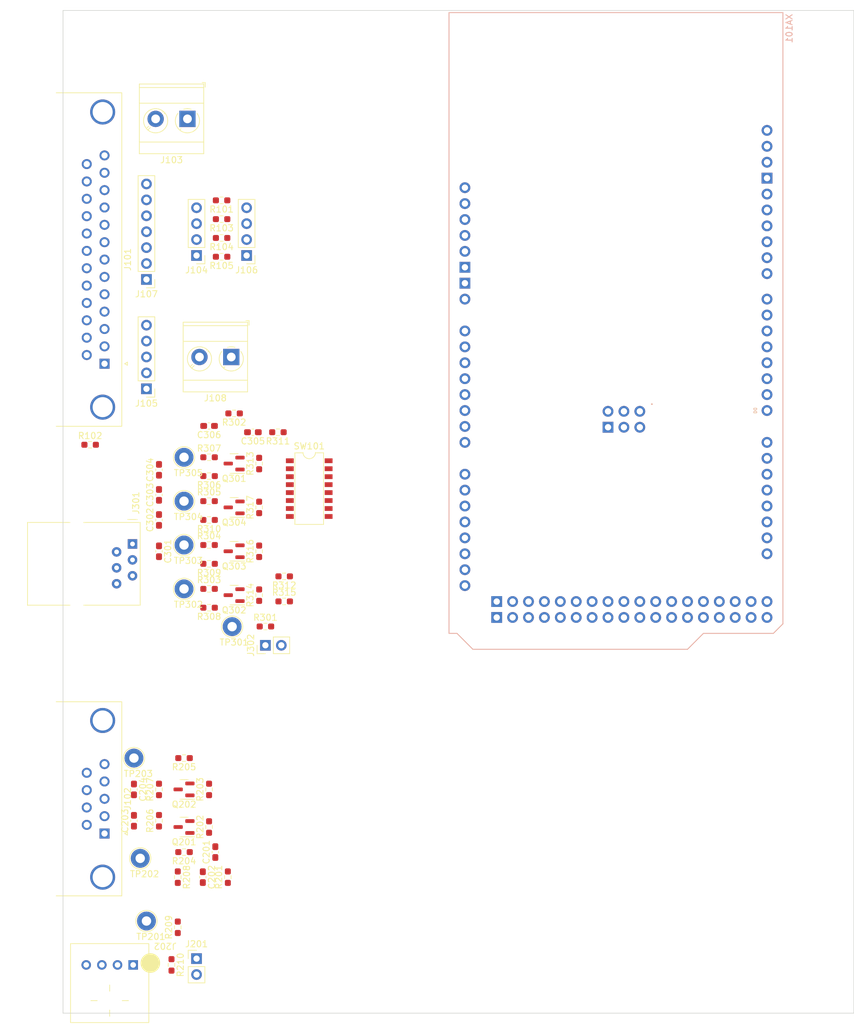
<source format=kicad_pcb>
(kicad_pcb (version 20211014) (generator pcbnew)
  (title_block (title "fan_I2C") (date "2023-03-29") (rev "1.0") (company "Public Invention") (comment 1 "Designer: Forrest Lee Erickson"))
  (layers (0 "F.Cu" signal) (31 "B.Cu" signal) (34 "B.Paste" user) (35 "F.Paste" user) (36 "B.SilkS" user "B.Silkscreen") (37 "F.SilkS" user "F.Silkscreen") (38 "B.Mask" user) (39 "F.Mask" user) (44 "Edge.Cuts" user))
  (net 0 "")
  (net 1 "GND")
  (net 2 "/I2C_LevelShift/SCL_5V")
  (net 3 "/I2C_LevelShift/SDA_5V")
  (net 6 "/SPI_ControllerLevel_Shifter/CIPO")
  (net 7 "/SPI_ControllerLevel_Shifter/C_SCK")
  (net 8 "/SPI_ControllerLevel_Shifter/COPI")
  (net 9 "/SPI_ControllerLevel_Shifter/nCS")
  (net 10 "/I2C_LevelShift/I2C_VCC")
  (net 11 "/I2C_LevelShift/+12forSPIPeripherial")
  (net 12 "/SPI_ControllerLevel_Shifter/ControllerVcc")
  (net 13 "+12V")
  (net 14 "/I2C_LevelShift/+3V3Local")
  (net 15 "SCL")
  (net 16 "Net-(Q201-Pad3)")
  (net 17 "SDA")
  (net 18 "Net-(Q202-Pad3)")
  (net 19 "/SPI_ControllerLevel_Shifter/+3V3Local")
  (net 20 "/SPI_ControllerLevel_Shifter/COPI_nCS")
  (net 21 "CIPO")
  (net 22 "SPI_SCK")
  (net 23 "COPI")
  (net 24 "/I2C_LevelShift/+3V3LevelShift")
  (net 25 "/I2C_LevelShift/+5VLocal")
  (net 26 "/I2C_LevelShift/+5LevelShift")
  (net 27 "+5V")
  (net 28 "/SPI_ControllerLevel_Shifter/+5VLocal")
  (net 29 "+3.3V")
  (net 30 "Net-(R312-Pad1)")
  (net 31 "/nCS8_3V3")
  (net 32 "/nCS7_3V3")
  (net 33 "/nCS6_3V3")
  (net 34 "/nCS5_3V3")
  (net 35 "/nCS4_3V3")
  (net 36 "/nCS3_3V3")
  (net 37 "/nCS2_3V3")
  (net 38 "/nCS1_3V3")
  (net 125 "Net-(J101-Pad1)")
  (net 126 "Net-(J101-Pad2)")
  (net 127 "Net-(J101-Pad3)")
  (net 128 "Net-(J101-Pad4)")
  (net 129 "Net-(J101-Pad5)")
  (net 130 "Net-(J101-Pad6)")
  (net 131 "Net-(J101-Pad7)")
  (net 132 "Net-(J101-Pad8)")
  (net 133 "Net-(J101-Pad10)")
  (net 134 "Net-(J101-Pad13)")
  (net 135 "Net-(J101-Pad14)")
  (net 136 "Net-(J101-Pad18)")
  (net 137 "Net-(J101-Pad19)")
  (net 138 "Net-(J101-Pad20)")
  (net 139 "Net-(J101-Pad21)")
  (net 140 "Net-(J101-Pad22)")
  (net 141 "Net-(J101-Pad23)")
  (net 142 "Net-(J101-Pad24)")
  (net 143 "Net-(J101-Pad25)")
  (net 144 "Net-(J105-Pad5)")
  (net 145 "Net-(J106-Pad1)")
  (footprint "Resistor_SMD:R_0603_1608Metric_Pad0.98x0.95mm_HandSolder" (layer "F.Cu") (at 57 103 180)
    (fp_text reference "R310" (at 0 -1.43) (layer "F.SilkS"))
    (fp_text value "1K")
    (pad "1" smd roundrect (at -0.9125 0 180) (size 0.975 0.95) (layers "F.Cu" "F.Paste" "F.Mask") (net 28 "/SPI_ControllerLevel_Shifter/+5VLocal"))
    (pad "2" smd roundrect (at 0.9125 0 180) (size 0.975 0.95) (layers "F.Cu" "F.Paste" "F.Mask") (net 8 "/SPI_ControllerLevel_Shifter/COPI"))
  )
  (footprint "Resistor_SMD:R_0603_1608Metric_Pad0.98x0.95mm_HandSolder" (layer "F.Cu") (at 57 96 180)
    (fp_text reference "R306" (at 0 -1.43) (layer "F.SilkS"))
    (fp_text value "1K")
    (pad "1" smd roundrect (at -0.9125 0 180) (size 0.975 0.95) (layers "F.Cu" "F.Paste" "F.Mask") (net 28 "/SPI_ControllerLevel_Shifter/+5VLocal"))
    (pad "2" smd roundrect (at 0.9125 0 180) (size 0.975 0.95) (layers "F.Cu" "F.Paste" "F.Mask") (net 9 "/SPI_ControllerLevel_Shifter/nCS"))
  )
  (footprint "Capacitor_SMD:C_0603_1608Metric_Pad1.08x0.95mm_HandSolder" (layer "F.Cu") (at 56 160 -90)
    (fp_text reference "C202" (at 0 -1.43 90) (layer "F.SilkS"))
    (fp_text value "1uF")
    (pad "1" smd roundrect (at -0.8625 0 270) (size 1.075 0.95) (layers "F.Cu" "F.Paste" "F.Mask") (net 25 "/I2C_LevelShift/+5VLocal"))
    (pad "2" smd roundrect (at 0.8625 0 270) (size 1.075 0.95) (layers "F.Cu" "F.Paste" "F.Mask") (net 1 "GND"))
  )
  (footprint "Capacitor_SMD:C_0603_1608Metric_Pad1.08x0.95mm_HandSolder" (layer "F.Cu") (at 49 103 90)
    (fp_text reference "C302" (at 0 -1.43 90) (layer "F.SilkS"))
    (fp_text value "39PF")
    (pad "1" smd roundrect (at -0.8625 0 90) (size 1.075 0.95) (layers "F.Cu" "F.Paste" "F.Mask") (net 7 "/SPI_ControllerLevel_Shifter/C_SCK"))
    (pad "2" smd roundrect (at 0.8625 0 90) (size 1.075 0.95) (layers "F.Cu" "F.Paste" "F.Mask") (net 1 "GND"))
  )
  (footprint "Resistor_SMD:R_0603_1608Metric_Pad0.98x0.95mm_HandSolder" (layer "F.Cu") (at 57 93)
    (fp_text reference "R307" (at 0 -1.43) (layer "F.SilkS"))
    (fp_text value "DNI")
    (pad "1" smd roundrect (at -0.9125 0) (size 0.975 0.95) (layers "F.Cu" "F.Paste" "F.Mask") (net 9 "/SPI_ControllerLevel_Shifter/nCS"))
    (pad "2" smd roundrect (at 0.9125 0) (size 0.975 0.95) (layers "F.Cu" "F.Paste" "F.Mask") (net 20 "/SPI_ControllerLevel_Shifter/COPI_nCS"))
  )
  (footprint "Resistor_SMD:R_0603_1608Metric_Pad0.98x0.95mm_HandSolder" (layer "F.Cu") (at 53 141 180)
    (fp_text reference "R205" (at 0 -1.43) (layer "F.SilkS"))
    (fp_text value "10K")
    (pad "1" smd roundrect (at -0.9125 0 180) (size 0.975 0.95) (layers "F.Cu" "F.Paste" "F.Mask") (net 25 "/I2C_LevelShift/+5VLocal"))
    (pad "2" smd roundrect (at 0.9125 0 180) (size 0.975 0.95) (layers "F.Cu" "F.Paste" "F.Mask") (net 18 "Net-(Q202-Pad3)"))
  )
  (footprint "TestPoint:TestPoint_Loop_D2.54mm_Drill1.5mm_Beaded" (layer "F.Cu") (at 46 157)
    (fp_text reference "TP202" (at 0.7 2.5) (layer "F.SilkS"))
    (fp_text value "SCL_5V")
    (pad "1" thru_hole circle (at 0 0) (size 3 3) (drill 1.5) (layers *.Cu *.Mask) (net 2 "/I2C_LevelShift/SCL_5V"))
  )
  (footprint "Resistor_SMD:R_0603_1608Metric_Pad0.98x0.95mm_HandSolder" (layer "F.Cu") (at 59 58 180)
    (fp_text reference "R104" (at 0 -1.43) (layer "F.SilkS"))
    (fp_text value "540R")
    (pad "1" smd roundrect (at -0.9125 0 180) (size 0.975 0.95) (layers "F.Cu" "F.Paste" "F.Mask") (net 29 "+3.3V"))
    (pad "2" smd roundrect (at 0.9125 0 180) (size 0.975 0.95) (layers "F.Cu" "F.Paste" "F.Mask") (net 130 "Net-(J101-Pad6)"))
  )
  (footprint "TerminalBlock_MetzConnect:TerminalBlock_MetzConnect_Type073_RT02602HBLU_1x02_P5.08mm_Horizontal" (layer "F.Cu") (at 60.545 77 180)
    (fp_text reference "J108" (at 2.54 -6.56) (layer "F.SilkS"))
    (fp_text value "Screw_Terminal_01x02")
    (pad "1" thru_hole rect (at 0 0 180) (size 2.6 2.6) (drill 1.4) (layers *.Cu *.Mask) (net 145 "Net-(J106-Pad1)"))
    (pad "2" thru_hole circle (at 5.08 0 180) (size 2.6 2.6) (drill 1.4) (layers *.Cu *.Mask) (net 144 "Net-(J105-Pad5)"))
  )
  (footprint "Capacitor_SMD:C_0603_1608Metric_Pad1.08x0.95mm_HandSolder" (layer "F.Cu") (at 58 156 90)
    (fp_text reference "C201" (at 0 -1.43 90) (layer "F.SilkS"))
    (fp_text value "1uF")
    (pad "1" smd roundrect (at -0.8625 0 90) (size 1.075 0.95) (layers "F.Cu" "F.Paste" "F.Mask") (net 14 "/I2C_LevelShift/+3V3Local"))
    (pad "2" smd roundrect (at 0.8625 0 90) (size 1.075 0.95) (layers "F.Cu" "F.Paste" "F.Mask") (net 1 "GND"))
  )
  (footprint "Capacitor_SMD:C_0603_1608Metric_Pad1.08x0.95mm_HandSolder" (layer "F.Cu") (at 45 146 -90)
    (fp_text reference "C204" (at 0 -1.43 90) (layer "F.SilkS"))
    (fp_text value "39PF")
    (pad "1" smd roundrect (at -0.8625 0 270) (size 1.075 0.95) (layers "F.Cu" "F.Paste" "F.Mask") (net 3 "/I2C_LevelShift/SDA_5V"))
    (pad "2" smd roundrect (at 0.8625 0 270) (size 1.075 0.95) (layers "F.Cu" "F.Paste" "F.Mask") (net 1 "GND"))
  )
  (footprint "TestPoint:TestPoint_Loop_D2.54mm_Drill1.5mm_Beaded" (layer "F.Cu") (at 53 107)
    (fp_text reference "TP303" (at 0.7 2.5) (layer "F.SilkS"))
    (fp_text value "SCK")
    (pad "1" thru_hole circle (at 0 0) (size 3 3) (drill 1.5) (layers *.Cu *.Mask) (net 7 "/SPI_ControllerLevel_Shifter/C_SCK"))
  )
  (footprint "Resistor_SMD:R_0603_1608Metric_Pad0.98x0.95mm_HandSolder" (layer "F.Cu") (at 60 160 90)
    (fp_text reference "R201" (at 0 -1.43 90) (layer "F.SilkS"))
    (fp_text value "1R")
    (pad "1" smd roundrect (at -0.9125 0 90) (size 0.975 0.95) (layers "F.Cu" "F.Paste" "F.Mask") (net 24 "/I2C_LevelShift/+3V3LevelShift"))
    (pad "2" smd roundrect (at 0.9125 0 90) (size 0.975 0.95) (layers "F.Cu" "F.Paste" "F.Mask") (net 14 "/I2C_LevelShift/+3V3Local"))
  )
  (footprint "Resistor_SMD:R_0603_1608Metric_Pad0.98x0.95mm_HandSolder" (layer "F.Cu") (at 65 108 90)
    (fp_text reference "R316" (at 0 -1.43 90) (layer "F.SilkS"))
    (fp_text value "10K")
    (pad "1" smd roundrect (at -0.9125 0 90) (size 0.975 0.95) (layers "F.Cu" "F.Paste" "F.Mask") (net 19 "/SPI_ControllerLevel_Shifter/+3V3Local"))
    (pad "2" smd roundrect (at 0.9125 0 90) (size 0.975 0.95) (layers "F.Cu" "F.Paste" "F.Mask") (net 22 "SPI_SCK"))
  )
  (footprint "Resistor_SMD:R_0603_1608Metric_Pad0.98x0.95mm_HandSolder" (layer "F.Cu") (at 65 101 90)
    (fp_text reference "R317" (at 0 -1.43 90) (layer "F.SilkS"))
    (fp_text value "10K")
    (pad "1" smd roundrect (at -0.9125 0 90) (size 0.975 0.95) (layers "F.Cu" "F.Paste" "F.Mask") (net 19 "/SPI_ControllerLevel_Shifter/+3V3Local"))
    (pad "2" smd roundrect (at 0.9125 0 90) (size 0.975 0.95) (layers "F.Cu" "F.Paste" "F.Mask") (net 23 "COPI"))
  )
  (footprint "Capacitor_SMD:C_0603_1608Metric_Pad1.08x0.95mm_HandSolder" (layer "F.Cu") (at 57 88 180)
    (fp_text reference "C306" (at 0 -1.43) (layer "F.SilkS"))
    (fp_text value "1uF")
    (pad "1" smd roundrect (at -0.8625 0 180) (size 1.075 0.95) (layers "F.Cu" "F.Paste" "F.Mask") (net 28 "/SPI_ControllerLevel_Shifter/+5VLocal"))
    (pad "2" smd roundrect (at 0.8625 0 180) (size 1.075 0.95) (layers "F.Cu" "F.Paste" "F.Mask") (net 1 "GND"))
  )
  (footprint "Resistor_SMD:R_0603_1608Metric_Pad0.98x0.95mm_HandSolder" (layer "F.Cu") (at 53 156 180)
    (fp_text reference "R204" (at 0 -1.43) (layer "F.SilkS"))
    (fp_text value "10K")
    (pad "1" smd roundrect (at -0.9125 0 180) (size 0.975 0.95) (layers "F.Cu" "F.Paste" "F.Mask") (net 25 "/I2C_LevelShift/+5VLocal"))
    (pad "2" smd roundrect (at 0.9125 0 180) (size 0.975 0.95) (layers "F.Cu" "F.Paste" "F.Mask") (net 16 "Net-(Q201-Pad3)"))
  )
  (footprint "Resistor_SMD:R_0603_1608Metric_Pad0.98x0.95mm_HandSolder" (layer "F.Cu") (at 61 86 180)
    (fp_text reference "R302" (at 0 -1.43) (layer "F.SilkS"))
    (fp_text value "1R")
    (pad "1" smd roundrect (at -0.9125 0 180) (size 0.975 0.95) (layers "F.Cu" "F.Paste" "F.Mask") (net 27 "+5V"))
    (pad "2" smd roundrect (at 0.9125 0 180) (size 0.975 0.95) (layers "F.Cu" "F.Paste" "F.Mask") (net 28 "/SPI_ControllerLevel_Shifter/+5VLocal"))
  )
  (footprint "Resistor_SMD:R_0603_1608Metric_Pad0.98x0.95mm_HandSolder" (layer "F.Cu") (at 57 117 180)
    (fp_text reference "R308" (at 0 -1.43) (layer "F.SilkS"))
    (fp_text value "10K")
    (pad "1" smd roundrect (at -0.9125 0 180) (size 0.975 0.95) (layers "F.Cu" "F.Paste" "F.Mask") (net 28 "/SPI_ControllerLevel_Shifter/+5VLocal"))
    (pad "2" smd roundrect (at 0.9125 0 180) (size 0.975 0.95) (layers "F.Cu" "F.Paste" "F.Mask") (net 6 "/SPI_ControllerLevel_Shifter/CIPO"))
  )
  (footprint "Resistor_SMD:R_0603_1608Metric_Pad0.98x0.95mm_HandSolder" (layer "F.Cu") (at 69 116)
    (fp_text reference "R315" (at 0 -1.43) (layer "F.SilkS"))
    (fp_text value "DNI")
    (pad "1" smd roundrect (at -0.9125 0) (size 0.975 0.95) (layers "F.Cu" "F.Paste" "F.Mask") (net 1 "GND"))
    (pad "2" smd roundrect (at 0.9125 0) (size 0.975 0.95) (layers "F.Cu" "F.Paste" "F.Mask") (net 30 "Net-(R312-Pad1)"))
  )
  (footprint "Resistor_SMD:R_0603_1608Metric_Pad0.98x0.95mm_HandSolder" (layer "F.Cu") (at 52 160 -90)
    (fp_text reference "R208" (at 0 -1.43 90) (layer "F.SilkS"))
    (fp_text value "1R")
    (pad "1" smd roundrect (at -0.9125 0 270) (size 0.975 0.95) (layers "F.Cu" "F.Paste" "F.Mask") (net 25 "/I2C_LevelShift/+5VLocal"))
    (pad "2" smd roundrect (at 0.9125 0 270) (size 0.975 0.95) (layers "F.Cu" "F.Paste" "F.Mask") (net 26 "/I2C_LevelShift/+5LevelShift"))
  )
  (footprint "Connector_PinHeader_2.54mm:PinHeader_1x02_P2.54mm_Vertical" (layer "F.Cu") (at 66 123 90)
    (fp_text reference "J302" (at 0 -2.33 90) (layer "F.SilkS"))
    (fp_text value "0.100_2Pin")
    (pad "1" thru_hole rect (at 0 0 90) (size 1.7 1.7) (drill 1) (layers *.Cu *.Mask) (net 12 "/SPI_ControllerLevel_Shifter/ControllerVcc"))
    (pad "2" thru_hole oval (at 0 2.54 90) (size 1.7 1.7) (drill 1) (layers *.Cu *.Mask) (net 13 "+12V"))
  )
  (footprint "Connector_PinHeader_2.54mm:PinHeader_1x07_P2.54mm_Vertical" (layer "F.Cu") (at 47 64.625 180)
    (fp_text reference "J107" (at 0 -2.33) (layer "F.SilkS"))
    (fp_text value "Conn_01x07")
    (pad "1" thru_hole rect (at 0 0 180) (size 1.7 1.7) (drill 1) (layers *.Cu *.Mask) (net 136 "Net-(J101-Pad18)"))
    (pad "2" thru_hole oval (at 0 2.54 180) (size 1.7 1.7) (drill 1) (layers *.Cu *.Mask) (net 137 "Net-(J101-Pad19)"))
    (pad "3" thru_hole oval (at 0 5.08 180) (size 1.7 1.7) (drill 1) (layers *.Cu *.Mask) (net 138 "Net-(J101-Pad20)"))
    (pad "4" thru_hole oval (at 0 7.62 180) (size 1.7 1.7) (drill 1) (layers *.Cu *.Mask) (net 139 "Net-(J101-Pad21)"))
    (pad "5" thru_hole oval (at 0 10.16 180) (size 1.7 1.7) (drill 1) (layers *.Cu *.Mask) (net 140 "Net-(J101-Pad22)"))
    (pad "6" thru_hole oval (at 0 12.7 180) (size 1.7 1.7) (drill 1) (layers *.Cu *.Mask) (net 141 "Net-(J101-Pad23)"))
    (pad "7" thru_hole oval (at 0 15.24 180) (size 1.7 1.7) (drill 1) (layers *.Cu *.Mask) (net 142 "Net-(J101-Pad24)"))
  )
  (footprint "arduino-library:Arduino_Due_Shield" (layer "F.Cu") (at 95.33 22.04 -90)
    (fp_text reference "XA101" (at 2.54 -54.356 90) (layer "B.SilkS") (effects (justify mirror)))
    (fp_text value "Arduino_Due_Shield")
    (fp_text user "." (at 62.484 -32.004 90) (layer "B.SilkS"))
    (fp_text user "D0" (at 63.5 -48.895 -90 unlocked) (layer "B.SilkS") (effects (font (size 0.5 0.5) (thickness 0.075)) (justify mirror)))
    (fp_text user "D0" (at 63.5 -48.895 -90 unlocked) (layer "F.SilkS") (effects (font (size 0.5 0.5) (thickness 0.075))))
    (fp_text user "." (at 62.484 -32.004 90) (layer "F.SilkS"))
    (pad "" np_thru_hole circle (at 90.17 -50.8 270) (size 3.2 3.2) (drill 3.2) (layers *.Cu *.Mask))
    (pad "" np_thru_hole circle (at 15.24 -50.8 270) (size 3.2 3.2) (drill 3.2) (layers *.Cu *.Mask))
    (pad "" np_thru_hole circle (at 13.97 -2.54 270) (size 3.2 3.2) (drill 3.2) (layers *.Cu *.Mask))
    (pad "" thru_hole oval (at 27.94 -2.54 270) (size 1.7272 1.7272) (drill 1.016) (layers *.Cu *.Mask))
    (pad "" np_thru_hole circle (at 66.04 -35.56 270) (size 3.2 3.2) (drill 3.2) (layers *.Cu *.Mask))
    (pad "" np_thru_hole circle (at 96.52 -2.54 270) (size 3.2 3.2) (drill 3.2) (layers *.Cu *.Mask))
    (pad "" np_thru_hole circle (at 66.04 -7.62 270) (size 3.2 3.2) (drill 3.2) (layers *.Cu *.Mask))
    (pad "3V3" thru_hole oval (at 35.56 -2.54 270) (size 1.7272 1.7272) (drill 1.016) (layers *.Cu *.Mask))
    (pad "5V1" thru_hole oval (at 38.1 -2.54 270) (size 1.7272 1.7272) (drill 1.016) (layers *.Cu *.Mask))
    (pad "5V2" thru_hole oval (at 66.167 -30.48 270) (size 1.7272 1.7272) (drill 1.016) (layers *.Cu *.Mask))
    (pad "5V3" thru_hole oval (at 93.98 -50.8 270) (size 1.7272 1.7272) (drill 1.016) (layers *.Cu *.Mask))
    (pad "5V4" thru_hole oval (at 96.52 -50.8 270) (size 1.7272 1.7272) (drill 1.016) (layers *.Cu *.Mask))
    (pad "A0" thru_hole oval (at 50.8 -2.54 270) (size 1.7272 1.7272) (drill 1.016) (layers *.Cu *.Mask))
    (pad "A1" thru_hole oval (at 53.34 -2.54 270) (size 1.7272 1.7272) (drill 1.016) (layers *.Cu *.Mask))
    (pad "A2" thru_hole oval (at 55.88 -2.54 270) (size 1.7272 1.7272) (drill 1.016) (layers *.Cu *.Mask))
    (pad "A3" thru_hole oval (at 58.42 -2.54 270) (size 1.7272 1.7272) (drill 1.016) (layers *.Cu *.Mask))
    (pad "A4" thru_hole oval (at 60.96 -2.54 270) (size 1.7272 1.7272) (drill 1.016) (layers *.Cu *.Mask))
    (pad "A5" thru_hole oval (at 63.5 -2.54 270) (size 1.7272 1.7272) (drill 1.016) (layers *.Cu *.Mask))
    (pad "A6" thru_hole oval (at 66.04 -2.54 270) (size 1.7272 1.7272) (drill 1.016) (layers *.Cu *.Mask))
    (pad "A7" thru_hole oval (at 68.58 -2.54 270) (size 1.7272 1.7272) (drill 1.016) (layers *.Cu *.Mask))
    (pad "A8" thru_hole oval (at 73.66 -2.54 270) (size 1.7272 1.7272) (drill 1.016) (layers *.Cu *.Mask))
    (pad "A9" thru_hole oval (at 76.2 -2.54 270) (size 1.7272 1.7272) (drill 1.016) (layers *.Cu *.Mask))
    (pad "A10" thru_hole oval (at 78.74 -2.54 270) (size 1.7272 1.7272) (drill 1.016) (layers *.Cu *.Mask))
    (pad "A11" thru_hole oval (at 81.28 -2.54 270) (size 1.7272 1.7272) (drill 1.016) (layers *.Cu *.Mask))
    (pad "AREF" thru_hole oval (at 23.876 -50.8 270) (size 1.7272 1.7272) (drill 1.016) (layers *.Cu *.Mask))
    (pad "CANR" thru_hole oval (at 88.9 -2.54 270) (size 1.7272 1.7272) (drill 1.016) (layers *.Cu *.Mask))
    (pad "CANT" thru_hole oval (at 91.44 -2.54 270) (size 1.7272 1.7272) (drill 1.016) (layers *.Cu *.Mask))
    (pad "D0" thru_hole oval (at 63.5 -50.8 270) (size 1.7272 1.7272) (drill 1.016) (layers *.Cu *.Mask))
    (pad "D1" thru_hole oval (at 60.96 -50.8 270) (size 1.7272 1.7272) (drill 1.016) (layers *.Cu *.Mask))
    (pad "D2" thru_hole oval (at 58.42 -50.8 270) (size 1.7272 1.7272) (drill 1.016) (layers *.Cu *.Mask))
    (pad "D3" thru_hole oval (at 55.88 -50.8 270) (size 1.7272 1.7272) (drill 1.016) (layers *.Cu *.Mask))
    (pad "D4" thru_hole oval (at 53.34 -50.8 270) (size 1.7272 1.7272) (drill 1.016) (layers *.Cu *.Mask))
    (pad "D5" thru_hole oval (at 50.8 -50.8 270) (size 1.7272 1.7272) (drill 1.016) (layers *.Cu *.Mask))
    (pad "D6" thru_hole oval (at 48.26 -50.8 270) (size 1.7272 1.7272) (drill 1.016) (layers *.Cu *.Mask))
    (pad "D7" thru_hole oval (at 45.72 -50.8 270) (size 1.7272 1.7272) (drill 1.016) (layers *.Cu *.Mask))
    (pad "D8" thru_hole oval (at 41.656 -50.8 270) (size 1.7272 1.7272) (drill 1.016) (layers *.Cu *.Mask))
    (pad "D9" thru_hole oval (at 39.116 -50.8 270) (size 1.7272 1.7272) (drill 1.016) (layers *.Cu *.Mask))
    (pad "D10" thru_hole oval (at 36.576 -50.8 270) (size 1.7272 1.7272) (drill 1.016) (layers *.Cu *.Mask))
    (pad "D11" thru_hole oval (at 34.036 -50.8 270) (size 1.7272 1.7272) (drill 1.016) (layers *.Cu *.Mask))
    (pad "D12" thru_hole oval (at 31.496 -50.8 270) (size 1.7272 1.7272) (drill 1.016) (layers *.Cu *.Mask))
    (pad "D13" thru_hole oval (at 28.956 -50.8 270) (size 1.7272 1.7272) (drill 1.016) (layers *.Cu *.Mask))
    (pad "D14" thru_hole oval (at 68.58 -50.8 270) (size 1.7272 1.7272) (drill 1.016) (layers *.Cu *.Mask))
    (pad "D15" thru_hole oval (at 71.12 -50.8 270) (size 1.7272 1.7272) (drill 1.016) (layers *.Cu *.Mask))
    (pad "D16" thru_hole oval (at 73.66 -50.8 270) (size 1.7272 1.7272) (drill 1.016) (layers *.Cu *.Mask))
    (pad "D17" thru_hole oval (at 76.2 -50.8 270) (size 1.7272 1.7272) (drill 1.016) (layers *.Cu *.Mask))
    (pad "D18" thru_hole oval (at 78.74 -50.8 270) (size 1.7272 1.7272) (drill 1.016) (layers *.Cu *.Mask))
    (pad "D19" thru_hole oval (at 81.28 -50.8 270) (size 1.7272 1.7272) (drill 1.016) (layers *.Cu *.Mask))
    (pad "D20" thru_hole oval (at 83.82 -50.8 270) (size 1.7272 1.7272) (drill 1.016) (layers *.Cu *.Mask) (net 17 "SDA"))
    (pad "D21" thru_hole oval (at 86.36 -50.8 270) (size 1.7272 1.7272) (drill 1.016) (layers *.Cu *.Mask) (net 15 "SCL"))
    (pad "D22" thru_hole oval (at 93.98 -48.26 270) (size 1.7272 1.7272) (drill 1.016) (layers *.Cu *.Mask))
    (pad "D23" thru_hole oval (at 96.52 -48.26 270) (size 1.7272 1.7272) (drill 1.016) (layers *.Cu *.Mask))
    (pad "D24" thru_hole oval (at 93.98 -45.72 270) (size 1.7272 1.7272) (drill 1.016) (layers *.Cu *.Mask))
    (pad "D25" thru_hole oval (at 96.52 -45.72 270) (size 1.7272 1.7272) (drill 1.016) (layers *.Cu *.Mask))
    (pad "D26" thru_hole oval (at 93.98 -43.18 270) (size 1.7272 1.7272) (drill 1.016) (layers *.Cu *.Mask))
    (pad "D27" thru_hole oval (at 96.52 -43.18 270) (size 1.7272 1.7272) (drill 1.016) (layers *.Cu *.Mask))
    (pad "D28" thru_hole oval (at 93.98 -40.64 270) (size 1.7272 1.7272) (drill 1.016) (layers *.Cu *.Mask))
    (pad "D29" thru_hole oval (at 96.52 -40.64 270) (size 1.7272 1.7272) (drill 1.016) (layers *.Cu *.Mask))
    (pad "D30" thru_hole oval (at 93.98 -38.1 270) (size 1.7272 1.7272) (drill 1.016) (layers *.Cu *.Mask))
    (pad "D31" thru_hole oval (at 96.52 -38.1 270) (size 1.7272 1.7272) (drill 1.016) (layers *.Cu *.Mask))
    (pad "D32" thru_hole oval (at 93.98 -35.56 270) (size 1.7272 1.7272) (drill 1.016) (layers *.Cu *.Mask))
    (pad "D33" thru_hole oval (at 96.52 -35.56 270) (size 1.7272 1.7272) (drill 1.016) (layers *.Cu *.Mask))
    (pad "D34" thru_hole oval (at 93.98 -33.02 270) (size 1.7272 1.7272) (drill 1.016) (layers *.Cu *.Mask))
    (pad "D35" thru_hole oval (at 96.52 -33.02 270) (size 1.7272 1.7272) (drill 1.016) (layers *.Cu *.Mask))
    (pad "D36" thru_hole oval (at 93.98 -30.48 270) (size 1.7272 1.7272) (drill 1.016) (layers *.Cu *.Mask))
    (pad "D37" thru_hole oval (at 96.52 -30.48 270) (size 1.7272 1.7272) (drill 1.016) (layers *.Cu *.Mask))
    (pad "D38" thru_hole oval (at 93.98 -27.94 270) (size 1.7272 1.7272) (drill 1.016) (layers *.Cu *.Mask))
    (pad "D39" thru_hole oval (at 96.52 -27.94 270) (size 1.7272 1.7272) (drill 1.016) (layers *.Cu *.Mask))
    (pad "D40" thru_hole oval (at 93.98 -25.4 270) (size 1.7272 1.7272) (drill 1.016) (layers *.Cu *.Mask))
    (pad "D41" thru_hole oval (at 96.52 -25.4 270) (size 1.7272 1.7272) (drill 1.016) (layers *.Cu *.Mask))
    (pad "D42" thru_hole oval (at 93.98 -22.86 270) (size 1.7272 1.7272) (drill 1.016) (layers *.Cu *.Mask))
    (pad "D43" thru_hole oval (at 96.52 -22.86 270) (size 1.7272 1.7272) (drill 1.016) (layers *.Cu *.Mask))
    (pad "D44" thru_hole oval (at 93.98 -20.32 270) (size 1.7272 1.7272) (drill 1.016) (layers *.Cu *.Mask))
    (pad "D45" thru_hole oval (at 96.52 -20.32 270) (size 1.7272 1.7272) (drill 1.016) (layers *.Cu *.Mask))
    (pad "D46" thru_hole oval (at 93.98 -17.78 270) (size 1.7272 1.7272) (drill 1.016) (layers *.Cu *.Mask))
    (pad "D47" thru_hole oval (at 96.52 -17.78 270) (size 1.7272 1.7272) (drill 1.016) (layers *.Cu *.Mask))
    (pad "D48" thru_hole oval (at 93.98 -15.24 270) (size 1.7272 1.7272) (drill 1.016) (layers *.Cu *.Mask))
    (pad "D49" thru_hole oval (at 96.52 -15.24 270) (size 1.7272 1.7272) (drill 1.016) (layers *.Cu *.Mask))
    (pad "D50" thru_hole oval (at 93.98 -12.7 270) (size 1.7272 1.7272) (drill 1.016) (layers *.Cu *.Mask))
    (pad "D51" thru_hole oval (at 96.52 -12.7 270) (size 1.7272 1.7272) (drill 1.016) (layers *.Cu *.Mask))
    (pad "D52" thru_hole oval (at 93.98 -10.16 270) (size 1.7272 1.7272) (drill 1.016) (layers *.Cu *.Mask))
    (pad "D53" thru_hole oval (at 96.52 -10.16 270) (size 1.7272 1.7272) (drill 1.016) (layers *.Cu *.Mask))
    (pad "DAC0" thru_hole oval (at 83.82 -2.54 270) (size 1.7272 1.7272) (drill 1.016) (layers *.Cu *.Mask))
    (pad "DAC1" thru_hole oval (at 86.36 -2.54 270) (size 1.7272 1.7272) (drill 1.016) (layers *.Cu *.Mask))
    (pad "GND1" thru_hole rect (at 26.416 -50.8 270) (size 1.7272 1.7272) (drill 1.016) (layers *.Cu *.Mask))
    (pad "GND2" thru_hole rect (at 40.64 -2.54 270) (size 1.7272 1.7272) (drill 1.016) (layers *.Cu *.Mask))
    (pad "GND3" thru_hole rect (at 43.18 -2.54 270) (size 1.7272 1.7272) (drill 1.016) (layers *.Cu *.Mask))
    (pad "GND4" thru_hole rect (at 66.167 -25.4 270) (size 1.7272 1.7272) (drill 1.016) (layers *.Cu *.Mask))
    (pad "GND5" thru_hole rect (at 93.98 -7.62 270) (size 1.7272 1.7272) (drill 1.016) (layers *.Cu *.Mask))
    (pad "GND6" thru_hole rect (at 96.52 -7.62 270) (size 1.7272 1.7272) (drill 1.016) (layers *.Cu *.Mask))
    (pad "IORF" thru_hole oval (at 30.48 -2.54 270) (size 1.7272 1.7272) (drill 1.016) (layers *.Cu *.Mask))
    (pad "MISO" thru_hole oval (at 63.627 -30.48 270) (size 1.7272 1.7272) (drill 1.016) (layers *.Cu *.Mask) (net 21 "CIPO"))
    (pad "MOSI" thru_hole oval (at 66.167 -27.94 270) (size 1.7272 1.7272) (drill 1.016) (layers *.Cu *.Mask) (net 23 "COPI"))
    (pad "RST1" thru_hole oval (at 33.02 -2.54 270) (size 1.7272 1.7272) (drill 1.016) (layers *.Cu *.Mask))
    (pad "RST2" thru_hole oval (at 63.627 -25.4 270) (size 1.7272 1.7272) (drill 1.016) (layers *.Cu *.Mask))
    (pad "SCK" thru_hole oval (at 63.627 -27.94 270) (size 1.7272 1.7272) (drill 1.016) (layers *.Cu *.Mask) (net 22 "SPI_SCK"))
    (pad "SCL1" thru_hole oval (at 18.796 -50.8 270) (size 1.7272 1.7272) (drill 1.016) (layers *.Cu *.Mask))
    (pad "SDA1" thru_hole oval (at 21.336 -50.8 270) (size 1.7272 1.7272) (drill 1.016) (layers *.Cu *.Mask))
    (pad "VIN" thru_hole oval (at 45.72 -2.54 270) (size 1.7272 1.7272) (drill 1.016) (layers *.Cu *.Mask))
  )
  (footprint "Capacitor_SMD:C_0603_1608Metric_Pad1.08x0.95mm_HandSolder" (layer "F.Cu") (at 49 99 90)
    (fp_text reference "C303" (at 0 -1.43 90) (layer "F.SilkS"))
    (fp_text value "39PF")
    (pad "1" smd roundrect (at -0.8625 0 90) (size 1.075 0.95) (layers "F.Cu" "F.Paste" "F.Mask") (net 8 "/SPI_ControllerLevel_Shifter/COPI"))
    (pad "2" smd roundrect (at 0.8625 0 90) (size 1.075 0.95) (layers "F.Cu" "F.Paste" "F.Mask") (net 1 "GND"))
  )
  (footprint "Package_TO_SOT_SMD:SOT-23" (layer "F.Cu") (at 61 94 180)
    (fp_text reference "Q301" (at 0 -2.4) (layer "F.SilkS"))
    (fp_text value "BSS138")
    (pad "1" smd roundrect (at -0.9375 -0.95 180) (size 1.475 0.6) (layers "F.Cu" "F.Paste" "F.Mask") (net 19 "/SPI_ControllerLevel_Shifter/+3V3Local"))
    (pad "2" smd roundrect (at -0.9375 0.95 180) (size 1.475 0.6) (layers "F.Cu" "F.Paste" "F.Mask") (net 20 "/SPI_ControllerLevel_Shifter/COPI_nCS"))
    (pad "3" smd roundrect (at 0.9375 0 180) (size 1.475 0.6) (layers "F.Cu" "F.Paste" "F.Mask") (net 9 "/SPI_ControllerLevel_Shifter/nCS"))
  )
  (footprint "Package_TO_SOT_SMD:SOT-23" (layer "F.Cu") (at 61 108 180)
    (fp_text reference "Q303" (at 0 -2.4) (layer "F.SilkS"))
    (fp_text value "BSS138")
    (pad "1" smd roundrect (at -0.9375 -0.95 180) (size 1.475 0.6) (layers "F.Cu" "F.Paste" "F.Mask") (net 19 "/SPI_ControllerLevel_Shifter/+3V3Local"))
    (pad "2" smd roundrect (at -0.9375 0.95 180) (size 1.475 0.6) (layers "F.Cu" "F.Paste" "F.Mask") (net 22 "SPI_SCK"))
    (pad "3" smd roundrect (at 0.9375 0 180) (size 1.475 0.6) (layers "F.Cu" "F.Paste" "F.Mask") (net 7 "/SPI_ControllerLevel_Shifter/C_SCK"))
  )
  (footprint "Connector_PinHeader_2.54mm:PinHeader_1x02_P2.54mm_Vertical" (layer "F.Cu") (at 55 173)
    (fp_text reference "J201" (at 0 -2.33) (layer "F.SilkS"))
    (fp_text value "0.100_2Pin")
    (pad "1" thru_hole rect (at 0 0) (size 1.7 1.7) (drill 1) (layers *.Cu *.Mask) (net 10 "/I2C_LevelShift/I2C_VCC"))
    (pad "2" thru_hole oval (at 0 2.54) (size 1.7 1.7) (drill 1) (layers *.Cu *.Mask) (net 11 "/I2C_LevelShift/+12forSPIPeripherial"))
  )
  (footprint "Resistor_SMD:R_0603_1608Metric_Pad0.98x0.95mm_HandSolder" (layer "F.Cu") (at 51 174 -90)
    (fp_text reference "R210" (at 0 -1.43 90) (layer "F.SilkS"))
    (fp_text value "DNI")
    (pad "1" smd roundrect (at -0.9125 0 270) (size 0.975 0.95) (layers "F.Cu" "F.Paste" "F.Mask") (net 10 "/I2C_LevelShift/I2C_VCC"))
    (pad "2" smd roundrect (at 0.9125 0 270) (size 0.975 0.95) (layers "F.Cu" "F.Paste" "F.Mask") (net 11 "/I2C_LevelShift/+12forSPIPeripherial"))
  )
  (footprint "Package_TO_SOT_SMD:SOT-23" (layer "F.Cu") (at 61 115 180)
    (fp_text reference "Q302" (at 0 -2.4) (layer "F.SilkS"))
    (fp_text value "BSS138")
    (pad "1" smd roundrect (at -0.9375 -0.95 180) (size 1.475 0.6) (layers "F.Cu" "F.Paste" "F.Mask") (net 19 "/SPI_ControllerLevel_Shifter/+3V3Local"))
    (pad "2" smd roundrect (at -0.9375 0.95 180) (size 1.475 0.6) (layers "F.Cu" "F.Paste" "F.Mask") (net 21 "CIPO"))
    (pad "3" smd roundrect (at 0.9375 0 180) (size 1.475 0.6) (layers "F.Cu" "F.Paste" "F.Mask") (net 6 "/SPI_ControllerLevel_Shifter/CIPO"))
  )
  (footprint "Resistor_SMD:R_0603_1608Metric_Pad0.98x0.95mm_HandSolder" (layer "F.Cu") (at 57 100)
    (fp_text reference "R305" (at 0 -1.43) (layer "F.SilkS"))
    (fp_text value "DNI")
    (pad "1" smd roundrect (at -0.9125 0) (size 0.975 0.95) (layers "F.Cu" "F.Paste" "F.Mask") (net 8 "/SPI_ControllerLevel_Shifter/COPI"))
    (pad "2" smd roundrect (at 0.9125 0) (size 0.975 0.95) (layers "F.Cu" "F.Paste" "F.Mask") (net 23 "COPI"))
  )
  (footprint "Resistor_SMD:R_0603_1608Metric_Pad0.98x0.95mm_HandSolder" (layer "F.Cu") (at 49 146 90)
    (fp_text reference "R207" (at 0 -1.43 90) (layer "F.SilkS"))
    (fp_text value "39R")
    (pad "1" smd roundrect (at -0.9125 0 90) (size 0.975 0.95) (layers "F.Cu" "F.Paste" "F.Mask") (net 3 "/I2C_LevelShift/SDA_5V"))
    (pad "2" smd roundrect (at 0.9125 0 90) (size 0.975 0.95) (layers "F.Cu" "F.Paste" "F.Mask") (net 18 "Net-(Q202-Pad3)"))
  )
  (footprint "Connector_PinHeader_2.54mm:PinHeader_1x04_P2.54mm_Vertical" (layer "F.Cu") (at 55 60.8 180)
    (fp_text reference "J104" (at 0 -2.33) (layer "F.SilkS"))
    (fp_text value "Conn_01x04")
    (pad "1" thru_hole rect (at 0 0 180) (size 1.7 1.7) (drill 1) (layers *.Cu *.Mask) (net 129 "Net-(J101-Pad5)"))
    (pad "2" thru_hole oval (at 0 2.54 180) (size 1.7 1.7) (drill 1) (layers *.Cu *.Mask) (net 130 "Net-(J101-Pad6)"))
    (pad "3" thru_hole oval (at 0 5.08 180) (size 1.7 1.7) (drill 1) (layers *.Cu *.Mask) (net 131 "Net-(J101-Pad7)"))
    (pad "4" thru_hole oval (at 0 7.62 180) (size 1.7 1.7) (drill 1) (layers *.Cu *.Mask) (net 132 "Net-(J101-Pad8)"))
  )
  (footprint "TestPoint:TestPoint_Loop_D2.54mm_Drill1.5mm_Beaded" (layer "F.Cu") (at 60.684237 120.026)
    (fp_text reference "TP301" (at 0.315763 2.5) (layer "F.SilkS"))
    (fp_text value "ControllerVCC")
    (pad "1" thru_hole circle (at 0 0) (size 3 3) (drill 1.5) (layers *.Cu *.Mask) (net 12 "/SPI_ControllerLevel_Shifter/ControllerVcc"))
  )
  (footprint "TestPoint:TestPoint_Loop_D2.54mm_Drill1.5mm_Beaded" (layer "F.Cu") (at 47 167)
    (fp_text reference "TP201" (at 0.7 2.5) (layer "F.SilkS"))
    (fp_text value "I2C_VCC")
    (pad "1" thru_hole circle (at 0 0) (size 3 3) (drill 1.5) (layers *.Cu *.Mask) (net 10 "/I2C_LevelShift/I2C_VCC"))
  )
  (footprint "Resistor_SMD:R_0603_1608Metric_Pad0.98x0.95mm_HandSolder" (layer "F.Cu") (at 49 151 90)
    (fp_text reference "R206" (at 0 -1.43 90) (layer "F.SilkS"))
    (fp_text value "39R")
    (pad "1" smd roundrect (at -0.9125 0 90) (size 0.975 0.95) (layers "F.Cu" "F.Paste" "F.Mask") (net 2 "/I2C_LevelShift/SCL_5V"))
    (pad "2" smd roundrect (at 0.9125 0 90) (size 0.975 0.95) (layers "F.Cu" "F.Paste" "F.Mask") (net 16 "Net-(Q201-Pad3)"))
  )
  (footprint "Connector_Dsub:DSUB-25_Female_Horizontal_P2.77x2.84mm_EdgePinOffset4.94mm_Housed_MountingHolesOffset7.48mm" (layer "F.Cu") (at 40.3 78.07 -90)
    (fp_text reference "J101" (at -16.62 -3.7 -90) (layer "F.SilkS"))
    (fp_text value "DB25_Female_MountingHoles")
    (pad "0" thru_hole circle locked (at 6.93 0.3 270) (size 4 4) (drill 3.2) (layers *.Cu *.Mask) (net 1 "GND"))
    (pad "0" thru_hole circle locked (at -40.17 0.3 270) (size 4 4) (drill 3.2) (layers *.Cu *.Mask) (net 1 "GND"))
    (pad "1" thru_hole rect locked (at 0 0 270) (size 1.6 1.6) (drill 1) (layers *.Cu *.Mask) (net 125 "Net-(J101-Pad1)"))
    (pad "2" thru_hole circle locked (at -2.77 0 270) (size 1.6 1.6) (drill 1) (layers *.Cu *.Mask) (net 126 "Net-(J101-Pad2)"))
    (pad "3" thru_hole circle locked (at -5.54 0 270) (size 1.6 1.6) (drill 1) (layers *.Cu *.Mask) (net 127 "Net-(J101-Pad3)"))
    (pad "4" thru_hole circle locked (at -8.31 0 270) (size 1.6 1.6) (drill 1) (layers *.Cu *.Mask) (net 128 "Net-(J101-Pad4)"))
    (pad "5" thru_hole circle locked (at -11.08 0 270) (size 1.6 1.6) (drill 1) (layers *.Cu *.Mask) (net 129 "Net-(J101-Pad5)"))
    (pad "6" thru_hole circle locked (at -13.85 0 270) (size 1.6 1.6) (drill 1) (layers *.Cu *.Mask) (net 130 "Net-(J101-Pad6)"))
    (pad "7" thru_hole circle locked (at -16.62 0 270) (size 1.6 1.6) (drill 1) (layers *.Cu *.Mask) (net 131 "Net-(J101-Pad7)"))
    (pad "8" thru_hole circle locked (at -19.39 0 270) (size 1.6 1.6) (drill 1) (layers *.Cu *.Mask) (net 132 "Net-(J101-Pad8)"))
    (pad "9" thru_hole circle locked (at -22.16 0 270) (size 1.6 1.6) (drill 1) (layers *.Cu *.Mask) (net 133 "Net-(J101-Pad10)"))
    (pad "10" thru_hole circle locked (at -24.93 0 270) (size 1.6 1.6) (drill 1) (layers *.Cu *.Mask) (net 133 "Net-(J101-Pad10)"))
    (pad "11" thru_hole circle locked (at -27.7 0 270) (size 1.6 1.6) (drill 1) (layers *.Cu *.Mask) (net 133 "Net-(J101-Pad10)"))
    (pad "12" thru_hole circle locked (at -30.47 0 270) (size 1.6 1.6) (drill 1) (layers *.Cu *.Mask) (net 133 "Net-(J101-Pad10)"))
    (pad "13" thru_hole circle locked (at -33.24 0 270) (size 1.6 1.6) (drill 1) (layers *.Cu *.Mask) (net 134 "Net-(J101-Pad13)"))
    (pad "14" thru_hole circle locked (at -1.385 2.84 270) (size 1.6 1.6) (drill 1) (layers *.Cu *.Mask) (net 135 "Net-(J101-Pad14)"))
    (pad "15" thru_hole circle locked (at -4.155 2.84 270) (size 1.6 1.6) (drill 1) (layers *.Cu *.Mask) (net 135 "Net-(J101-Pad14)"))
    (pad "16" thru_hole circle locked (at -6.925 2.84 270) (size 1.6 1.6) (drill 1) (layers *.Cu *.Mask) (net 135 "Net-(J101-Pad14)"))
    (pad "17" thru_hole circle locked (at -9.695 2.84 270) (size 1.6 1.6) (drill 1) (layers *.Cu *.Mask) (net 135 "Net-(J101-Pad14)"))
    (pad "18" thru_hole circle locked (at -12.465 2.84 270) (size 1.6 1.6) (drill 1) (layers *.Cu *.Mask) (net 136 "Net-(J101-Pad18)"))
    (pad "19" thru_hole circle locked (at -15.235 2.84 270) (size 1.6 1.6) (drill 1) (layers *.Cu *.Mask) (net 137 "Net-(J101-Pad19)"))
    (pad "20" thru_hole circle locked (at -18.005 2.84 270) (size 1.6 1.6) (drill 1) (layers *.Cu *.Mask) (net 138 "Net-(J101-Pad20)"))
    (pad "21" thru_hole circle locked (at -20.775 2.84 270) (size 1.6 1.6) (drill 1) (layers *.Cu *.Mask) (net 139 "Net-(J101-Pad21)"))
    (pad "22" thru_hole circle locked (at -23.545 2.84 270) (size 1.6 1.6) (drill 1) (layers *.Cu *.Mask) (net 140 "Net-(J101-Pad22)"))
    (pad "23" thru_hole circle locked (at -26.315 2.84 270) (size 1.6 1.6) (drill 1) (layers *.Cu *.Mask) (net 141 "Net-(J101-Pad23)"))
    (pad "24" thru_hole circle locked (at -29.085 2.84 270) (size 1.6 1.6) (drill 1) (layers *.Cu *.Mask) (net 142 "Net-(J101-Pad24)"))
    (pad "25" thru_hole circle locked (at -31.855 2.84 270) (size 1.6 1.6) (drill 1) (layers *.Cu *.Mask) (net 143 "Net-(J101-Pad25)"))
  )
  (footprint "Resistor_SMD:R_0603_1608Metric_Pad0.98x0.95mm_HandSolder" (layer "F.Cu") (at 57 114)
    (fp_text reference "R303" (at 0 -1.43) (layer "F.SilkS"))
    (fp_text value "DNI")
    (pad "1" smd roundrect (at -0.9125 0) (size 0.975 0.95) (layers "F.Cu" "F.Paste" "F.Mask") (net 6 "/SPI_ControllerLevel_Shifter/CIPO"))
    (pad "2" smd roundrect (at 0.9125 0) (size 0.975 0.95) (layers "F.Cu" "F.Paste" "F.Mask") (net 21 "CIPO"))
  )
  (footprint "Package_TO_SOT_SMD:SOT-23" (layer "F.Cu") (at 53 152 180)
    (fp_text reference "Q201" (at 0 -2.4) (layer "F.SilkS"))
    (fp_text value "BSS138")
    (pad "1" smd roundrect (at -0.9375 -0.95 180) (size 1.475 0.6) (layers "F.Cu" "F.Paste" "F.Mask") (net 14 "/I2C_LevelShift/+3V3Local"))
    (pad "2" smd roundrect (at -0.9375 0.95 180) (size 1.475 0.6) (layers "F.Cu" "F.Paste" "F.Mask") (net 15 "SCL"))
    (pad "3" smd roundrect (at 0.9375 0 180) (size 1.475 0.6) (layers "F.Cu" "F.Paste" "F.Mask") (net 16 "Net-(Q201-Pad3)"))
  )
  (footprint "Resistor_SMD:R_0603_1608Metric_Pad0.98x0.95mm_HandSolder" (layer "F.Cu") (at 65 94 90)
    (fp_text reference "R313" (at 0 -1.43 90) (layer "F.SilkS"))
    (fp_text value "10K")
    (pad "1" smd roundrect (at -0.9125 0 90) (size 0.975 0.95) (layers "F.Cu" "F.Paste" "F.Mask") (net 19 "/SPI_ControllerLevel_Shifter/+3V3Local"))
    (pad "2" smd roundrect (at 0.9125 0 90) (size 0.975 0.95) (layers "F.Cu" "F.Paste" "F.Mask") (net 20 "/SPI_ControllerLevel_Shifter/COPI_nCS"))
  )
  (footprint "Resistor_SMD:R_0603_1608Metric_Pad0.98x0.95mm_HandSolder" (layer "F.Cu") (at 59 55 180)
    (fp_text reference "R103" (at 0 -1.43) (layer "F.SilkS"))
    (fp_text value "540R")
    (pad "1" smd roundrect (at -0.9125 0 180) (size 0.975 0.95) (layers "F.Cu" "F.Paste" "F.Mask") (net 29 "+3.3V"))
    (pad "2" smd roundrect (at 0.9125 0 180) (size 0.975 0.95) (layers "F.Cu" "F.Paste" "F.Mask") (net 131 "Net-(J101-Pad7)"))
  )
  (footprint "PubInv_PCB:RJ12_Amphenol_54601" (layer "F.Cu") (at 44.77 106.83 -90)
    (fp_text reference "J301" (at -6.536 -0.555763 90) (layer "F.SilkS"))
    (fp_text value "RJ12_6P6C_HORZ")
    (pad "" np_thru_hole circle locked (at 8.25 8.89 270) (size 3.25 3.25) (drill 3.25) (layers *.Cu *.Mask))
    (pad "" np_thru_hole circle locked (at -1.91 8.89 270) (size 3.25 3.25) (drill 3.25) (layers *.Cu *.Mask))
    (pad "1" thru_hole rect locked (at 0 0 270) (size 1.52 1.52) (drill 0.76) (layers *.Cu *.Mask) (net 9 "/SPI_ControllerLevel_Shifter/nCS"))
    (pad "2" thru_hole circle locked (at 1.27 2.54 270) (size 1.52 1.52) (drill 0.76) (layers *.Cu *.Mask) (net 8 "/SPI_ControllerLevel_Shifter/COPI"))
    (pad "3" thru_hole circle locked (at 2.54 0 270) (size 1.52 1.52) (drill 0.76) (layers *.Cu *.Mask) (net 1 "GND"))
    (pad "4" thru_hole circle locked (at 3.81 2.54 270) (size 1.52 1.52) (drill 0.76) (layers *.Cu *.Mask) (net 7 "/SPI_ControllerLevel_Shifter/C_SCK"))
    (pad "5" thru_hole circle locked (at 5.08 0 270) (size 1.52 1.52) (drill 0.76) (layers *.Cu *.Mask) (net 12 "/SPI_ControllerLevel_Shifter/ControllerVcc"))
    (pad "6" thru_hole circle locked (at 6.35 2.54 270) (size 1.52 1.52) (drill 0.76) (layers *.Cu *.Mask) (net 6 "/SPI_ControllerLevel_Shifter/CIPO"))
  )
  (footprint "PubInv_PCB:S04B-XASK-1(LF)(SN)" (layer "F.Cu") (at 41.125 183.205 180)
    (fp_text reference "J202" (at -8.875 12.205 180 unlocked) (layer "F.SilkS"))
    (fp_text value "S04B-XASK-1(LF)(SN)")
    (pad "" thru_hole circle (at 0 3.5 180) (size 0 0) (drill oval 2.8 2) (layers *.Mask "Dwgs.User"))
    (pad "1" thru_hole rect (at -3.75 9.2 180) (size 1.524 1.524) (drill 0.9) (layers *.Cu *.Mask) (net 10 "/I2C_LevelShift/I2C_VCC"))
    (pad "2" thru_hole circle (at -1.25 9.2 180) (size 1.524 1.524) (drill 0.9) (layers *.Cu *.Mask) (net 2 "/I2C_LevelShift/SCL_5V"))
    (pad "3" thru_hole circle (at 1.25 9.2 180) (size 1.524 1.524) (drill 0.9) (layers *.Cu *.Mask) (net 1 "GND"))
    (pad "4" thru_hole circle (at 3.75 9.2 180) (size 1.524 1.524) (drill 0.9) (layers *.Cu *.Mask) (net 3 "/I2C_LevelShift/SDA_5V"))
  )
  (footprint "Resistor_SMD:R_0603_1608Metric_Pad0.98x0.95mm_HandSolder" (layer "F.Cu") (at 69 112 180)
    (fp_text reference "R312" (at 0 -1.43) (layer "F.SilkS"))
    (fp_text value "DNI")
    (pad "1" smd roundrect (at -0.9125 0 180) (size 0.975 0.95) (layers "F.Cu" "F.Paste" "F.Mask") (net 30 "Net-(R312-Pad1)"))
    (pad "2" smd roundrect (at 0.9125 0 180) (size 0.975 0.95) (layers "F.Cu" "F.Paste" "F.Mask") (net 21 "CIPO"))
  )
  (footprint "TestPoint:TestPoint_Loop_D2.54mm_Drill1.5mm_Beaded" (layer "F.Cu") (at 53 114)
    (fp_text reference "TP302" (at 0.7 2.5) (layer "F.SilkS"))
    (fp_text value "CPIO")
    (pad "1" thru_hole circle (at 0 0) (size 3 3) (drill 1.5) (layers *.Cu *.Mask) (net 6 "/SPI_ControllerLevel_Shifter/CIPO"))
  )
  (footprint "TerminalBlock_MetzConnect:TerminalBlock_MetzConnect_Type073_RT02602HBLU_1x02_P5.08mm_Horizontal" (layer "F.Cu") (at 53.545 39 180)
    (fp_text reference "J103" (at 2.54 -6.56) (layer "F.SilkS"))
    (fp_text value "Screw_Terminal_01x02")
    (pad "1" thru_hole rect (at 0 0 180) (size 2.6 2.6) (drill 1.4) (layers *.Cu *.Mask) (net 135 "Net-(J101-Pad14)"))
    (pad "2" thru_hole circle (at 5.08 0 180) (size 2.6 2.6) (drill 1.4) (layers *.Cu *.Mask) (net 133 "Net-(J101-Pad10)"))
  )
  (footprint "Capacitor_SMD:C_0603_1608Metric_Pad1.08x0.95mm_HandSolder" (layer "F.Cu") (at 64 89 180)
    (fp_text reference "C305" (at 0 -1.43) (layer "F.SilkS"))
    (fp_text value "1uF")
    (pad "1" smd roundrect (at -0.8625 0 180) (size 1.075 0.95) (layers "F.Cu" "F.Paste" "F.Mask") (net 19 "/SPI_ControllerLevel_Shifter/+3V3Local"))
    (pad "2" smd roundrect (at 0.8625 0 180) (size 1.075 0.95) (layers "F.Cu" "F.Paste" "F.Mask") (net 1 "GND"))
  )
  (footprint "Package_TO_SOT_SMD:SOT-23" (layer "F.Cu") (at 53 146 180)
    (fp_text reference "Q202" (at 0 -2.4) (layer "F.SilkS"))
    (fp_text value "BSS138")
    (pad "1" smd roundrect (at -0.9375 -0.95 180) (size 1.475 0.6) (layers "F.Cu" "F.Paste" "F.Mask") (net 14 "/I2C_LevelShift/+3V3Local"))
    (pad "2" smd roundrect (at -0.9375 0.95 180) (size 1.475 0.6) (layers "F.Cu" "F.Paste" "F.Mask") (net 17 "SDA"))
    (pad "3" smd roundrect (at 0.9375 0 180) (size 1.475 0.6) (layers "F.Cu" "F.Paste" "F.Mask") (net 18 "Net-(Q202-Pad3)"))
  )
  (footprint "Resistor_SMD:R_0603_1608Metric_Pad0.98x0.95mm_HandSolder" (layer "F.Cu") (at 57 107)
    (fp_text reference "R304" (at 0 -1.43) (layer "F.SilkS"))
    (fp_text value "DNI")
    (pad "1" smd roundrect (at -0.9125 0) (size 0.975 0.95) (layers "F.Cu" "F.Paste" "F.Mask") (net 7 "/SPI_ControllerLevel_Shifter/C_SCK"))
    (pad "2" smd roundrect (at 0.9125 0) (size 0.975 0.95) (layers "F.Cu" "F.Paste" "F.Mask") (net 22 "SPI_SCK"))
  )
  (footprint "Capacitor_SMD:C_0603_1608Metric_Pad1.08x0.95mm_HandSolder" (layer "F.Cu") (at 49 108 -90)
    (fp_text reference "C301" (at 0 -1.43 90) (layer "F.SilkS"))
    (fp_text value "39PF")
    (pad "1" smd roundrect (at -0.8625 0 270) (size 1.075 0.95) (layers "F.Cu" "F.Paste" "F.Mask") (net 6 "/SPI_ControllerLevel_Shifter/CIPO"))
    (pad "2" smd roundrect (at 0.8625 0 270) (size 1.075 0.95) (layers "F.Cu" "F.Paste" "F.Mask") (net 1 "GND"))
  )
  (footprint "PubInv_PCB:SMDIP-16_L11.39_W6.7mm" (layer "F.Cu") (at 73 98)
    (fp_text reference "SW101" (at 0 -6.775) (layer "F.SilkS"))
    (fp_text value "SW_DIP_x08")
    (pad "1" smd rect (at -3.0988 -4.445) (size 1.25 0.76) (layers "F.Cu" "F.Paste" "F.Mask") (net 20 "/SPI_ControllerLevel_Shifter/COPI_nCS"))
    (pad "2" smd rect (at -3.0988 -3.175) (size 1.25 0.76) (layers "F.Cu" "F.Paste" "F.Mask") (net 20 "/SPI_ControllerLevel_Shifter/COPI_nCS"))
    (pad "3" smd rect (at -3.0988 -1.905) (size 1.25 0.76) (layers "F.Cu" "F.Paste" "F.Mask") (net 20 "/SPI_ControllerLevel_Shifter/COPI_nCS"))
    (pad "4" smd rect (at -3.0988 -0.635) (size 1.25 0.76) (layers "F.Cu" "F.Paste" "F.Mask") (net 20 "/SPI_ControllerLevel_Shifter/COPI_nCS"))
    (pad "5" smd rect (at -3.0988 0.635) (size 1.25 0.76) (layers "F.Cu" "F.Paste" "F.Mask") (net 20 "/SPI_ControllerLevel_Shifter/COPI_nCS"))
    (pad "6" smd rect (at -3.0988 1.905) (size 1.25 0.76) (layers "F.Cu" "F.Paste" "F.Mask") (net 20 "/SPI_ControllerLevel_Shifter/COPI_nCS"))
    (pad "7" smd rect (at -3.0988 3.175) (size 1.25 0.76) (layers "F.Cu" "F.Paste" "F.Mask") (net 20 "/SPI_ControllerLevel_Shifter/COPI_nCS"))
    (pad "8" smd rect (at -3.0988 4.445) (size 1.25 0.76) (layers "F.Cu" "F.Paste" "F.Mask") (net 20 "/SPI_ControllerLevel_Shifter/COPI_nCS"))
    (pad "9" smd rect (at 3.0988 4.445) (size 1.25 0.76) (layers "F.Cu" "F.Paste" "F.Mask") (net 31 "/nCS8_3V3"))
    (pad "10" smd rect (at 3.0988 3.175) (size 1.25 0.76) (layers "F.Cu" "F.Paste" "F.Mask") (net 32 "/nCS7_3V3"))
    (pad "11" smd rect (at 3.0988 1.905) (size 1.25 0.76) (layers "F.Cu" "F.Paste" "F.Mask") (net 33 "/nCS6_3V3"))
    (pad "12" smd rect (at 3.0988 0.635) (size 1.25 0.76) (layers "F.Cu" "F.Paste" "F.Mask") (net 34 "/nCS5_3V3"))
    (pad "13" smd rect (at 3.0988 -0.635) (size 1.25 0.76) (layers "F.Cu" "F.Paste" "F.Mask") (net 35 "/nCS4_3V3"))
    (pad "14" smd rect (at 3.0988 -1.905) (size 1.25 0.76) (layers "F.Cu" "F.Paste" "F.Mask") (net 36 "/nCS3_3V3"))
    (pad "15" smd rect (at 3.0988 -3.175) (size 1.25 0.76) (layers "F.Cu" "F.Paste" "F.Mask") (net 37 "/nCS2_3V3"))
    (pad "16" smd rect (at 3.0988 -4.445) (size 1.25 0.76) (layers "F.Cu" "F.Paste" "F.Mask") (net 38 "/nCS1_3V3"))
  )
  (footprint "Resistor_SMD:R_0603_1608Metric_Pad0.98x0.95mm_HandSolder" (layer "F.Cu") (at 57 110 180)
    (fp_text reference "R309" (at 0 -1.43) (layer "F.SilkS"))
    (fp_text value "1K")
    (pad "1" smd roundrect (at -0.9125 0 180) (size 0.975 0.95) (layers "F.Cu" "F.Paste" "F.Mask") (net 28 "/SPI_ControllerLevel_Shifter/+5VLocal"))
    (pad "2" smd roundrect (at 0.9125 0 180) (size 0.975 0.95) (layers "F.Cu" "F.Paste" "F.Mask") (net 7 "/SPI_ControllerLevel_Shifter/C_SCK"))
  )
  (footprint "Connector_PinHeader_2.54mm:PinHeader_1x04_P2.54mm_Vertical" (layer "F.Cu") (at 63 60.8 180)
    (fp_text reference "J106" (at 0 -2.33) (layer "F.SilkS"))
    (fp_text value "Conn_01x04")
    (pad "1" thru_hole rect (at 0 0 180) (size 1.7 1.7) (drill 1) (layers *.Cu *.Mask) (net 145 "Net-(J106-Pad1)"))
    (pad "2" thru_hole oval (at 0 2.54 180) (size 1.7 1.7) (drill 1) (layers *.Cu *.Mask) (net 29 "+3.3V"))
    (pad "3" thru_hole oval (at 0 5.08 180) (size 1.7 1.7) (drill 1) (layers *.Cu *.Mask) (net 143 "Net-(J101-Pad25)"))
    (pad "4" thru_hole oval (at 0 7.62 180) (size 1.7 1.7) (drill 1) (layers *.Cu *.Mask) (net 134 "Net-(J101-Pad13)"))
  )
  (footprint "Resistor_SMD:R_0603_1608Metric_Pad0.98x0.95mm_HandSolder" (layer "F.Cu") (at 38 91)
    (fp_text reference "R102" (at 0 -1.43) (layer "F.SilkS"))
    (fp_text value "DNI")
    (pad "1" smd roundrect (at -0.9125 0) (size 0.975 0.95) (layers "F.Cu" "F.Paste" "F.Mask") (net 135 "Net-(J101-Pad14)"))
    (pad "2" smd roundrect (at 0.9125 0) (size 0.975 0.95) (layers "F.Cu" "F.Paste" "F.Mask") (net 1 "GND"))
  )
  (footprint "TestPoint:TestPoint_Loop_D2.54mm_Drill1.5mm_Beaded" (layer "F.Cu") (at 45 141)
    (fp_text reference "TP203" (at 0.7 2.5) (layer "F.SilkS"))
    (fp_text value "SDA_5V")
    (pad "1" thru_hole circle (at 0 0) (size 3 3) (drill 1.5) (layers *.Cu *.Mask) (net 3 "/I2C_LevelShift/SDA_5V"))
  )
  (footprint "Resistor_SMD:R_0603_1608Metric_Pad0.98x0.95mm_HandSolder" (layer "F.Cu") (at 65 115 90)
    (fp_text reference "R314" (at 0 -1.43 90) (layer "F.SilkS"))
    (fp_text value "1K")
    (pad "1" smd roundrect (at -0.9125 0 90) (size 0.975 0.95) (layers "F.Cu" "F.Paste" "F.Mask") (net 19 "/SPI_ControllerLevel_Shifter/+3V3Local"))
    (pad "2" smd roundrect (at 0.9125 0 90) (size 0.975 0.95) (layers "F.Cu" "F.Paste" "F.Mask") (net 21 "CIPO"))
  )
  (footprint "Capacitor_SMD:C_0603_1608Metric_Pad1.08x0.95mm_HandSolder" (layer "F.Cu") (at 49 95 90)
    (fp_text reference "C304" (at 0 -1.43 90) (layer "F.SilkS"))
    (fp_text value "39PF")
    (pad "1" smd roundrect (at -0.8625 0 90) (size 1.075 0.95) (layers "F.Cu" "F.Paste" "F.Mask") (net 9 "/SPI_ControllerLevel_Shifter/nCS"))
    (pad "2" smd roundrect (at 0.8625 0 90) (size 1.075 0.95) (layers "F.Cu" "F.Paste" "F.Mask") (net 1 "GND"))
  )
  (footprint "Resistor_SMD:R_0603_1608Metric_Pad0.98x0.95mm_HandSolder" (layer "F.Cu") (at 59 61 180)
    (fp_text reference "R105" (at 0 -1.43) (layer "F.SilkS"))
    (fp_text value "540R")
    (pad "1" smd roundrect (at -0.9125 0 180) (size 0.975 0.95) (layers "F.Cu" "F.Paste" "F.Mask") (net 29 "+3.3V"))
    (pad "2" smd roundrect (at 0.9125 0 180) (size 0.975 0.95) (layers "F.Cu" "F.Paste" "F.Mask") (net 129 "Net-(J101-Pad5)"))
  )
  (footprint "Package_TO_SOT_SMD:SOT-23" (layer "F.Cu") (at 61 101 180)
    (fp_text reference "Q304" (at 0 -2.4) (layer "F.SilkS"))
    (fp_text value "BSS138")
    (pad "1" smd roundrect (at -0.9375 -0.95 180) (size 1.475 0.6) (layers "F.Cu" "F.Paste" "F.Mask") (net 19 "/SPI_ControllerLevel_Shifter/+3V3Local"))
    (pad "2" smd roundrect (at -0.9375 0.95 180) (size 1.475 0.6) (layers "F.Cu" "F.Paste" "F.Mask") (net 23 "COPI"))
    (pad "3" smd roundrect (at 0.9375 0 180) (size 1.475 0.6) (layers "F.Cu" "F.Paste" "F.Mask") (net 8 "/SPI_ControllerLevel_Shifter/COPI"))
  )
  (footprint "Connector_Dsub:DSUB-9_Female_Horizontal_P2.77x2.84mm_EdgePinOffset4.94mm_Housed_MountingHolesOffset7.48mm" (layer "F.Cu") (at 40.3 153.04 -90)
    (fp_text reference "J102" (at -5.54 -3.7 -90) (layer "F.SilkS"))
    (fp_text value "DB9_Female_MountingHoles")
    (pad "0" thru_hole circle locked (at 6.96 0.3 270) (size 4 4) (drill 3.2) (layers *.Cu *.Mask) (net 1 "GND"))
    (pad "0" thru_hole circle locked (at -18.04 0.3 270) (size 4 4) (drill 3.2) (layers *.Cu *.Mask) (net 1 "GND"))
    (pad "1" thru_hole rect locked (at 0 0 270) (size 1.6 1.6) (drill 1) (layers *.Cu *.Mask))
    (pad "2" thru_hole circle locked (at -2.77 0 270) (size 1.6 1.6) (drill 1) (layers *.Cu *.Mask) (net 2 "/I2C_LevelShift/SCL_5V"))
    (pad "3" thru_hole circle locked (at -5.54 0 270) (size 1.6 1.6) (drill 1) (layers *.Cu *.Mask) (net 1 "GND"))
    (pad "4" thru_hole circle locked (at -8.31 0 270) (size 1.6 1.6) (drill 1) (layers *.Cu *.Mask) (net 3 "/I2C_LevelShift/SDA_5V"))
    (pad "5" thru_hole circle locked (at -11.08 0 270) (size 1.6 1.6) (drill 1) (layers *.Cu *.Mask))
    (pad "6" thru_hole circle locked (at -1.385 2.84 270) (size 1.6 1.6) (drill 1) (layers *.Cu *.Mask) (net 1 "GND"))
    (pad "7" thru_hole circle locked (at -4.155 2.84 270) (size 1.6 1.6) (drill 1) (layers *.Cu *.Mask) (net 1 "GND"))
    (pad "8" thru_hole circle locked (at -6.925 2.84 270) (size 1.6 1.6) (drill 1) (layers *.Cu *.Mask) (net 1 "GND"))
    (pad "9" thru_hole circle locked (at -9.695 2.84 270) (size 1.6 1.6) (drill 1) (layers *.Cu *.Mask) (net 1 "GND"))
  )
  (footprint "Resistor_SMD:R_0603_1608Metric_Pad0.98x0.95mm_HandSolder" (layer "F.Cu") (at 66 120)
    (fp_text reference "R301" (at 0 -1.43) (layer "F.SilkS"))
    (fp_text value "1R")
    (pad "1" smd roundrect (at -0.9125 0) (size 0.975 0.95) (layers "F.Cu" "F.Paste" "F.Mask") (net 12 "/SPI_ControllerLevel_Shifter/ControllerVcc"))
    (pad "2" smd roundrect (at 0.9125 0) (size 0.975 0.95) (layers "F.Cu" "F.Paste" "F.Mask") (net 13 "+12V"))
  )
  (footprint "TestPoint:TestPoint_Loop_D2.54mm_Drill1.5mm_Beaded" (layer "F.Cu") (at 53 100)
    (fp_text reference "TP304" (at 0.7 2.5) (layer "F.SilkS"))
    (fp_text value "COPI")
    (pad "1" thru_hole circle (at 0 0) (size 3 3) (drill 1.5) (layers *.Cu *.Mask) (net 8 "/SPI_ControllerLevel_Shifter/COPI"))
  )
  (footprint "TestPoint:TestPoint_Loop_D2.54mm_Drill1.5mm_Beaded" (layer "F.Cu") (at 53 93)
    (fp_text reference "TP305" (at 0.7 2.5) (layer "F.SilkS"))
    (fp_text value "nCS")
    (pad "1" thru_hole circle (at 0 0) (size 3 3) (drill 1.5) (layers *.Cu *.Mask) (net 9 "/SPI_ControllerLevel_Shifter/nCS"))
  )
  (footprint "Connector_PinHeader_2.54mm:PinHeader_1x05_P2.54mm_Vertical" (layer "F.Cu") (at 47 82.075 180)
    (fp_text reference "J105" (at 0 -2.33) (layer "F.SilkS"))
    (fp_text value "Conn_01x05")
    (pad "1" thru_hole rect (at 0 0 180) (size 1.7 1.7) (drill 1) (layers *.Cu *.Mask) (net 125 "Net-(J101-Pad1)"))
    (pad "2" thru_hole oval (at 0 2.54 180) (size 1.7 1.7) (drill 1) (layers *.Cu *.Mask) (net 126 "Net-(J101-Pad2)"))
    (pad "3" thru_hole oval (at 0 5.08 180) (size 1.7 1.7) (drill 1) (layers *.Cu *.Mask) (net 127 "Net-(J101-Pad3)"))
    (pad "4" thru_hole oval (at 0 7.62 180) (size 1.7 1.7) (drill 1) (layers *.Cu *.Mask) (net 128 "Net-(J101-Pad4)"))
    (pad "5" thru_hole oval (at 0 10.16 180) (size 1.7 1.7) (drill 1) (layers *.Cu *.Mask) (net 144 "Net-(J105-Pad5)"))
  )
  (footprint "Resistor_SMD:R_0603_1608Metric_Pad0.98x0.95mm_HandSolder" (layer "F.Cu") (at 68 89 180)
    (fp_text reference "R311" (at 0 -1.43) (layer "F.SilkS"))
    (fp_text value "1R")
    (pad "1" smd roundrect (at -0.9125 0 180) (size 0.975 0.95) (layers "F.Cu" "F.Paste" "F.Mask") (net 29 "+3.3V"))
    (pad "2" smd roundrect (at 0.9125 0 180) (size 0.975 0.95) (layers "F.Cu" "F.Paste" "F.Mask") (net 19 "/SPI_ControllerLevel_Shifter/+3V3Local"))
  )
  (footprint "Resistor_SMD:R_0603_1608Metric_Pad0.98x0.95mm_HandSolder" (layer "F.Cu") (at 52 168 90)
    (fp_text reference "R209" (at 0 -1.43 90) (layer "F.SilkS"))
    (fp_text value "DNI")
    (pad "1" smd roundrect (at -0.9125 0 90) (size 0.975 0.95) (layers "F.Cu" "F.Paste" "F.Mask") (net 10 "/I2C_LevelShift/I2C_VCC"))
    (pad "2" smd roundrect (at 0.9125 0 90) (size 0.975 0.95) (layers "F.Cu" "F.Paste" "F.Mask") (net 26 "/I2C_LevelShift/+5LevelShift"))
  )
  (footprint "Resistor_SMD:R_0603_1608Metric_Pad0.98x0.95mm_HandSolder" (layer "F.Cu") (at 57 152 90)
    (fp_text reference "R202" (at 0 -1.43 90) (layer "F.SilkS"))
    (fp_text value "10K")
    (pad "1" smd roundrect (at -0.9125 0 90) (size 0.975 0.95) (layers "F.Cu" "F.Paste" "F.Mask") (net 14 "/I2C_LevelShift/+3V3Local"))
    (pad "2" smd roundrect (at 0.9125 0 90) (size 0.975 0.95) (layers "F.Cu" "F.Paste" "F.Mask") (net 15 "SCL"))
  )
  (footprint "Resistor_SMD:R_0603_1608Metric_Pad0.98x0.95mm_HandSolder" (layer "F.Cu") (at 59 52 180)
    (fp_text reference "R101" (at 0 -1.43) (layer "F.SilkS"))
    (fp_text value "540R")
    (pad "1" smd roundrect (at -0.9125 0 180) (size 0.975 0.95) (layers "F.Cu" "F.Paste" "F.Mask") (net 29 "+3.3V"))
    (pad "2" smd roundrect (at 0.9125 0 180) (size 0.975 0.95) (layers "F.Cu" "F.Paste" "F.Mask") (net 132 "Net-(J101-Pad8)"))
  )
  (footprint "Resistor_SMD:R_0603_1608Metric_Pad0.98x0.95mm_HandSolder" (layer "F.Cu") (at 57 146 90)
    (fp_text reference "R203" (at 0 -1.43 90) (layer "F.SilkS"))
    (fp_text value "10K")
    (pad "1" smd roundrect (at -0.9125 0 90) (size 0.975 0.95) (layers "F.Cu" "F.Paste" "F.Mask") (net 14 "/I2C_LevelShift/+3V3Local"))
    (pad "2" smd roundrect (at 0.9125 0 90) (size 0.975 0.95) (layers "F.Cu" "F.Paste" "F.Mask") (net 17 "SDA"))
  )
  (footprint "Capacitor_SMD:C_0603_1608Metric_Pad1.08x0.95mm_HandSolder" (layer "F.Cu") (at 45 151 90)
    (fp_text reference "C203" (at 0 -1.43 90) (layer "F.SilkS"))
    (fp_text value "39PF")
    (pad "1" smd roundrect (at -0.8625 0 90) (size 1.075 0.95) (layers "F.Cu" "F.Paste" "F.Mask") (net 2 "/I2C_LevelShift/SCL_5V"))
    (pad "2" smd roundrect (at 0.8625 0 90) (size 1.075 0.95) (layers "F.Cu" "F.Paste" "F.Mask") (net 1 "GND"))
  )
  (gr_line (start 33.674237 181.706) (end 160 181.706) (layer "Edge.Cuts") (width 0.1))
  (gr_line (start 160 181.706) (end 160 21.706) (layer "Edge.Cuts") (width 0.1))
  (gr_line (start 33.674237 21.706) (end 33.674237 181.706) (layer "Edge.Cuts") (width 0.1))
  (gr_line (start 160 21.706) (end 33.674237 21.706) (layer "Edge.Cuts") (width 0.1))
)
</source>
